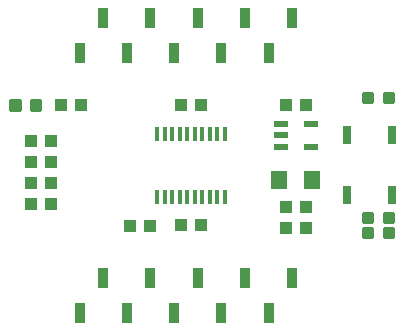
<source format=gbr>
G04 EAGLE Gerber RS-274X export*
G75*
%MOMM*%
%FSLAX34Y34*%
%LPD*%
%INSolderpaste Top*%
%IPPOS*%
%AMOC8*
5,1,8,0,0,1.08239X$1,22.5*%
G01*
%ADD10R,1.100000X1.000000*%
%ADD11R,1.200000X0.550000*%
%ADD12R,1.400000X1.600000*%
%ADD13R,0.381000X1.143000*%
%ADD14R,0.762000X1.524000*%
%ADD15R,0.850000X1.700000*%
%ADD16C,0.300000*%


D10*
X194276Y88621D03*
X177276Y88621D03*
X118500Y190500D03*
X135500Y190500D03*
X220100Y88900D03*
X237100Y88900D03*
X309000Y104140D03*
X326000Y104140D03*
X309000Y86360D03*
X326000Y86360D03*
X237100Y190500D03*
X220100Y190500D03*
D11*
X304499Y174600D03*
X304499Y165100D03*
X304499Y155600D03*
X330501Y155600D03*
X330501Y174600D03*
D12*
X303500Y127000D03*
X331500Y127000D03*
D10*
X326000Y190500D03*
X309000Y190500D03*
D13*
X231775Y112903D03*
X225425Y112903D03*
X219075Y112903D03*
X212725Y112903D03*
X206375Y112903D03*
X200025Y112903D03*
X238125Y112903D03*
X244475Y112903D03*
X250825Y112903D03*
X257175Y112903D03*
X225425Y166497D03*
X231775Y166497D03*
X238125Y166497D03*
X244475Y166497D03*
X250825Y166497D03*
X257175Y166497D03*
X219075Y166497D03*
X212725Y166497D03*
X206375Y166497D03*
X200025Y166497D03*
D10*
X93100Y124460D03*
X110100Y124460D03*
X110100Y142240D03*
X93100Y142240D03*
X93100Y160020D03*
X110100Y160020D03*
X93100Y106680D03*
X110100Y106680D03*
D14*
X398780Y165100D03*
X398780Y114300D03*
X360680Y165100D03*
X360680Y114300D03*
D15*
X134300Y234700D03*
X154300Y264700D03*
X174300Y234700D03*
X194300Y264700D03*
X214300Y234700D03*
X234300Y264700D03*
X254300Y234700D03*
X274300Y264700D03*
X294300Y234700D03*
X314300Y264700D03*
X134300Y14700D03*
X154300Y44700D03*
X174300Y14700D03*
X194300Y44700D03*
X214300Y14700D03*
X234300Y44700D03*
X254300Y14700D03*
X274300Y44700D03*
X294300Y14700D03*
X314300Y44700D03*
D16*
X392620Y91750D02*
X392620Y98750D01*
X399620Y98750D01*
X399620Y91750D01*
X392620Y91750D01*
X392620Y94600D02*
X399620Y94600D01*
X399620Y97450D02*
X392620Y97450D01*
X375080Y98750D02*
X375080Y91750D01*
X375080Y98750D02*
X382080Y98750D01*
X382080Y91750D01*
X375080Y91750D01*
X375080Y94600D02*
X382080Y94600D01*
X382080Y97450D02*
X375080Y97450D01*
X392620Y86050D02*
X392620Y79050D01*
X392620Y86050D02*
X399620Y86050D01*
X399620Y79050D01*
X392620Y79050D01*
X392620Y81900D02*
X399620Y81900D01*
X399620Y84750D02*
X392620Y84750D01*
X375080Y86050D02*
X375080Y79050D01*
X375080Y86050D02*
X382080Y86050D01*
X382080Y79050D01*
X375080Y79050D01*
X375080Y81900D02*
X382080Y81900D01*
X382080Y84750D02*
X375080Y84750D01*
X392620Y193350D02*
X392620Y200350D01*
X399620Y200350D01*
X399620Y193350D01*
X392620Y193350D01*
X392620Y196200D02*
X399620Y196200D01*
X399620Y199050D02*
X392620Y199050D01*
X375080Y200350D02*
X375080Y193350D01*
X375080Y200350D02*
X382080Y200350D01*
X382080Y193350D01*
X375080Y193350D01*
X375080Y196200D02*
X382080Y196200D01*
X382080Y199050D02*
X375080Y199050D01*
X83630Y194000D02*
X83630Y187000D01*
X76630Y187000D01*
X76630Y194000D01*
X83630Y194000D01*
X83630Y189850D02*
X76630Y189850D01*
X76630Y192700D02*
X83630Y192700D01*
X101170Y194000D02*
X101170Y187000D01*
X94170Y187000D01*
X94170Y194000D01*
X101170Y194000D01*
X101170Y189850D02*
X94170Y189850D01*
X94170Y192700D02*
X101170Y192700D01*
M02*

</source>
